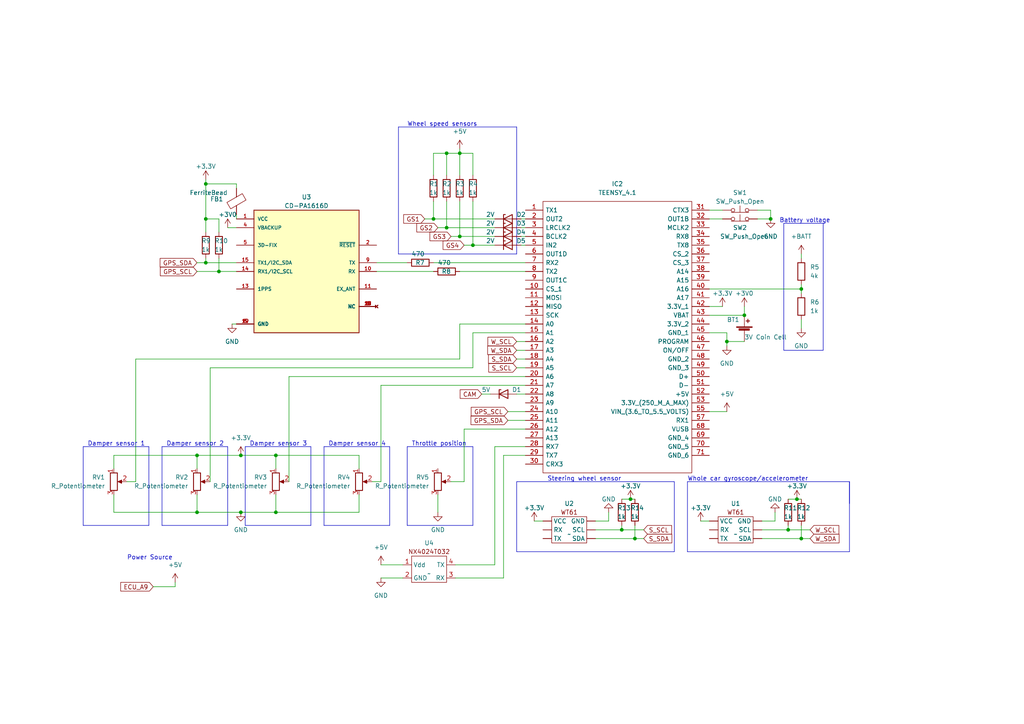
<source format=kicad_sch>
(kicad_sch (version 20230121) (generator eeschema)
  (paper "A4")
  (lib_symbols
    (symbol "CD-PA1616D:CD-PA1616D" (pin_names (offset 1.016))
      (property "Reference" "U" (at -15.24 18.542 0))
      (property "Value" "CD-PA1616D" (at -15.24 -20.32 0))
      (symbol "CD-PA1616D_0_0"
        (rectangle (start -15.24 -17.78) (end 15.24 17.78) (stroke (width 0.254)) (fill (type background)))
        (pin power_in line (at 20.32 15.24 180) (length 5.08) (name "VCC") (number "1"))
        (pin input line (at -20.32 0 0) (length 5.08) (name "RX") (number "10"))
        (pin bidirectional line (at -20.32 -5.08 0) (length 5.08) (name "EX_ANT") (number "11"))
        (pin power_in line (at 20.32 -15.24 180) (length 5.08) (name "GND") (number "12"))
        (pin output line (at 20.32 -5.08 180) (length 5.08) (name "1PPS") (number "13"))
        (pin input line (at 20.32 0 180) (length 5.08) (name "RX1/I2C_SCL") (number "14"))
        (pin output line (at 20.32 2.54 180) (length 5.08) (name "TX1/I2C_SDA") (number "15"))
        (pin no_connect line (at -20.32 -10.16 0) (length 5.08) (name "NC") (number "16"))
        (pin no_connect line (at -20.32 -10.16 0) (length 5.08) (name "NC") (number "17"))
        (pin no_connect line (at -20.32 -10.16 0) (length 5.08) (name "NC") (number "18"))
        (pin power_in line (at 20.32 -15.24 180) (length 5.08) (name "GND") (number "19"))
        (pin input line (at -20.32 7.62 0) (length 5.08) (name "~{RESET}") (number "2"))
        (pin no_connect line (at -20.32 -10.16 0) (length 5.08) (name "NC") (number "20"))
        (pin power_in line (at 20.32 -15.24 180) (length 5.08) (name "GND") (number "3"))
        (pin power_in line (at 20.32 12.7 180) (length 5.08) (name "VBACKUP") (number "4"))
        (pin output line (at 20.32 7.62 180) (length 5.08) (name "3D-FIX") (number "5"))
        (pin no_connect line (at -20.32 -10.16 0) (length 5.08) (name "NC") (number "6"))
        (pin no_connect line (at -20.32 -10.16 0) (length 5.08) (name "NC") (number "7"))
        (pin power_in line (at 20.32 -15.24 180) (length 5.08) (name "GND") (number "8"))
        (pin output line (at -20.32 2.54 0) (length 5.08) (name "TX") (number "9"))
      )
    )
    (symbol "DAQcustom:NX4024T032"
      (property "Reference" "U" (at 0 8.89 0))
      (symbol "NX4024T032_0_1"
        (rectangle (start -5.08 5.08) (end 5.08 -2.54))
        (text "NX4024T032" (at 0 6.35 0) (effects (font (size 1.27 1.27))))
      )
      (symbol "NX4024T032_1_1"
        (pin power_in line (at -7.62 2.54 0) (length 2.54) (name "Vdd") (number "1"))
        (pin power_in line (at -7.62 -1.27 0) (length 2.54) (name "GND") (number "2"))
        (pin input line (at 7.62 -1.27 180) (length 2.54) (name "RX") (number "3"))
        (pin output line (at 7.62 2.54 180) (length 2.54) (name "TX") (number "4"))
      )
    )
    (symbol "Device:Battery_Cell" (pin_numbers hide) (pin_names (offset 0) hide)
      (property "Reference" "BT" (at 2.54 2.54 0))
      (property "Value" "Battery_Cell" (at 2.54 0 0))
      (symbol "Battery_Cell_0_1"
        (rectangle (start -2.286 1.778) (end 2.286 1.524) (fill (type outline)))
        (rectangle (start -1.5748 1.1938) (end 1.4732 0.6858) (fill (type outline)))
        (polyline (pts (xy 0 0.762) (xy 0 0)))
        (polyline (pts (xy 0 1.778) (xy 0 2.54)))
        (polyline (pts (xy 0.508 3.429) (xy 1.524 3.429)) (stroke (width 0.254)))
        (polyline (pts (xy 1.016 3.937) (xy 1.016 2.921)) (stroke (width 0.254)))
      )
      (symbol "Battery_Cell_1_1"
        (pin passive line (at 0 5.08 270) (length 2.54) (name "+") (number "1"))
        (pin passive line (at 0 -2.54 90) (length 2.54) (name "-") (number "2"))
      )
    )
    (symbol "Device:D_Zener" (pin_numbers hide) (pin_names (offset 1.016) hide)
      (property "Reference" "D" (at 0 2.54 0))
      (property "Value" "D_Zener" (at 0 -2.54 0))
      (symbol "D_Zener_0_1"
        (polyline (pts (xy 1.27 0) (xy -1.27 0)))
        (polyline (pts (xy -1.27 -1.27) (xy -1.27 1.27) (xy -0.762 1.27)) (stroke (width 0.254)))
        (polyline (pts (xy 1.27 -1.27) (xy 1.27 1.27) (xy -1.27 0) (xy 1.27 -1.27)) (stroke (width 0.254)))
      )
      (symbol "D_Zener_1_1"
        (pin passive line (at -3.81 0 0) (length 2.54) (name "K") (number "1"))
        (pin passive line (at 3.81 0 180) (length 2.54) (name "A") (number "2"))
      )
    )
    (symbol "Device:FerriteBead" (pin_numbers hide) (pin_names (offset 0))
      (property "Reference" "FB" (at -3.81 0.635 90))
      (property "Value" "FerriteBead" (at 3.81 0 90))
      (symbol "FerriteBead_0_1"
        (polyline (pts (xy 0 -1.27) (xy 0 -1.2192)))
        (polyline (pts (xy 0 1.27) (xy 0 1.2954)))
        (polyline (pts (xy -2.7686 0.4064) (xy -1.7018 2.2606) (xy 2.7686 -0.3048) (xy 1.6764 -2.159) (xy -2.7686 0.4064)))
      )
      (symbol "FerriteBead_1_1"
        (pin passive line (at 0 3.81 270) (length 2.54) (name "~") (number "1"))
        (pin passive line (at 0 -3.81 90) (length 2.54) (name "~") (number "2"))
      )
    )
    (symbol "Device:R" (pin_numbers hide) (pin_names (offset 0))
      (property "Reference" "R" (at 2.032 0 90))
      (property "Value" "R" (at 0 0 90))
      (symbol "R_0_1"
        (rectangle (start -1.016 -2.54) (end 1.016 2.54) (stroke (width 0.254)))
      )
      (symbol "R_1_1"
        (pin passive line (at 0 3.81 270) (length 1.27) (name "~") (number "1"))
        (pin passive line (at 0 -3.81 90) (length 1.27) (name "~") (number "2"))
      )
    )
    (symbol "Device:R_Potentiometer" (pin_names (offset 1.016) hide)
      (property "Reference" "RV" (at -4.445 0 90))
      (property "Value" "R_Potentiometer" (at -2.54 0 90))
      (symbol "R_Potentiometer_0_1"
        (polyline (pts (xy 2.54 0) (xy 1.524 0)))
        (polyline (pts (xy 1.143 0) (xy 2.286 0.508) (xy 2.286 -0.508) (xy 1.143 0)) (fill (type outline)))
        (rectangle (start 1.016 2.54) (end -1.016 -2.54) (stroke (width 0.254)))
      )
      (symbol "R_Potentiometer_1_1"
        (pin passive line (at 0 3.81 270) (length 1.27) (name "1") (number "1"))
        (pin passive line (at 3.81 0 180) (length 1.27) (name "2") (number "2"))
        (pin passive line (at 0 -3.81 90) (length 1.27) (name "3") (number "3"))
      )
    )
    (symbol "SamacSys_Parts:TEENSY_4.1" (pin_names (offset 0.762))
      (property "Reference" "IC" (at 49.53 7.62 0))
      (property "Value" "TEENSY_4.1" (at 49.53 5.08 0))
      (symbol "TEENSY_4.1_0_0"
        (pin passive line (at 0 0 0) (length 5.08) (name "TX1") (number "1"))
        (pin passive line (at 0 -22.86 0) (length 5.08) (name "CS_1") (number "10"))
        (pin passive line (at 0 -25.4 0) (length 5.08) (name "MOSI") (number "11"))
        (pin passive line (at 0 -27.94 0) (length 5.08) (name "MISO") (number "12"))
        (pin passive line (at 0 -30.48 0) (length 5.08) (name "SCK") (number "13"))
        (pin passive line (at 0 -33.02 0) (length 5.08) (name "A0") (number "14"))
        (pin passive line (at 0 -35.56 0) (length 5.08) (name "A1") (number "15"))
        (pin passive line (at 0 -38.1 0) (length 5.08) (name "A2") (number "16"))
        (pin passive line (at 0 -40.64 0) (length 5.08) (name "A3") (number "17"))
        (pin passive line (at 0 -43.18 0) (length 5.08) (name "A4") (number "18"))
        (pin passive line (at 0 -45.72 0) (length 5.08) (name "A5") (number "19"))
        (pin passive line (at 0 -2.54 0) (length 5.08) (name "OUT2") (number "2"))
        (pin passive line (at 0 -48.26 0) (length 5.08) (name "A6") (number "20"))
        (pin passive line (at 0 -50.8 0) (length 5.08) (name "A7") (number "21"))
        (pin passive line (at 0 -53.34 0) (length 5.08) (name "A8") (number "22"))
        (pin passive line (at 0 -55.88 0) (length 5.08) (name "A9") (number "23"))
        (pin passive line (at 0 -58.42 0) (length 5.08) (name "A10") (number "24"))
        (pin passive line (at 0 -60.96 0) (length 5.08) (name "A11") (number "25"))
        (pin passive line (at 0 -63.5 0) (length 5.08) (name "A12") (number "26"))
        (pin passive line (at 0 -66.04 0) (length 5.08) (name "A13") (number "27"))
        (pin passive line (at 0 -68.58 0) (length 5.08) (name "RX7") (number "28"))
        (pin passive line (at 0 -71.12 0) (length 5.08) (name "TX7") (number "29"))
        (pin passive line (at 0 -5.08 0) (length 5.08) (name "LRCLK2") (number "3"))
        (pin passive line (at 0 -73.66 0) (length 5.08) (name "CRX3") (number "30"))
        (pin passive line (at 53.34 0 180) (length 5.08) (name "CTX3") (number "31"))
        (pin passive line (at 53.34 -2.54 180) (length 5.08) (name "OUT1B") (number "32"))
        (pin passive line (at 53.34 -5.08 180) (length 5.08) (name "MCLK2") (number "33"))
        (pin passive line (at 53.34 -7.62 180) (length 5.08) (name "RX8") (number "34"))
        (pin passive line (at 53.34 -10.16 180) (length 5.08) (name "TX8") (number "35"))
        (pin passive line (at 53.34 -12.7 180) (length 5.08) (name "CS_2") (number "36"))
        (pin passive line (at 53.34 -15.24 180) (length 5.08) (name "CS_3") (number "37"))
        (pin passive line (at 53.34 -17.78 180) (length 5.08) (name "A14") (number "38"))
        (pin passive line (at 53.34 -20.32 180) (length 5.08) (name "A15") (number "39"))
        (pin passive line (at 0 -7.62 0) (length 5.08) (name "BCLK2") (number "4"))
        (pin passive line (at 53.34 -22.86 180) (length 5.08) (name "A16") (number "40"))
        (pin passive line (at 53.34 -25.4 180) (length 5.08) (name "A17") (number "41"))
        (pin passive line (at 53.34 -27.94 180) (length 5.08) (name "3.3V_1") (number "42"))
        (pin passive line (at 53.34 -30.48 180) (length 5.08) (name "VBAT") (number "43"))
        (pin passive line (at 53.34 -33.02 180) (length 5.08) (name "3.3V_2") (number "44"))
        (pin passive line (at 53.34 -35.56 180) (length 5.08) (name "GND_1") (number "45"))
        (pin passive line (at 53.34 -38.1 180) (length 5.08) (name "PROGRAM") (number "46"))
        (pin passive line (at 53.34 -40.64 180) (length 5.08) (name "ON/OFF") (number "47"))
        (pin passive line (at 53.34 -43.18 180) (length 5.08) (name "GND_2") (number "48"))
        (pin passive line (at 53.34 -45.72 180) (length 5.08) (name "GND_3") (number "49"))
        (pin passive line (at 0 -10.16 0) (length 5.08) (name "IN2") (number "5"))
        (pin passive line (at 53.34 -48.26 180) (length 5.08) (name "D+") (number "50"))
        (pin passive line (at 53.34 -50.8 180) (length 5.08) (name "D-") (number "51"))
        (pin passive line (at 53.34 -53.34 180) (length 5.08) (name "+5V") (number "52"))
        (pin passive line (at 53.34 -55.88 180) (length 5.08) (name "3.3V_(250_M_A_MAX)") (number "53"))
        (pin passive line (at 53.34 -58.42 180) (length 5.08) (name "VIN_(3.6_TO_5.5_VOLTS)") (number "55"))
        (pin passive line (at 53.34 -60.96 180) (length 5.08) (name "RX1") (number "57"))
        (pin passive line (at 0 -12.7 0) (length 5.08) (name "OUT1D") (number "6"))
        (pin passive line (at 53.34 -63.5 180) (length 5.08) (name "VUSB") (number "68"))
        (pin passive line (at 53.34 -66.04 180) (length 5.08) (name "GND_4") (number "69"))
        (pin passive line (at 0 -15.24 0) (length 5.08) (name "RX2") (number "7"))
        (pin passive line (at 53.34 -68.58 180) (length 5.08) (name "GND_5") (number "70"))
        (pin passive line (at 53.34 -71.12 180) (length 5.08) (name "GND_6") (number "71"))
        (pin passive line (at 0 -17.78 0) (length 5.08) (name "TX2") (number "8"))
        (pin passive line (at 0 -20.32 0) (length 5.08) (name "OUT1C") (number "9"))
      )
      (symbol "TEENSY_4.1_0_1"
        (polyline (pts (xy 5.08 2.54) (xy 48.26 2.54) (xy 48.26 -76.2) (xy 5.08 -76.2) (xy 5.08 2.54)) (stroke (width 0.1524)))
      )
    )
    (symbol "Sensor:WT61"
      (property "Reference" "U" (at 0 8.89 0))
      (symbol "WT61_0_1"
        (rectangle (start -5.08 5.08) (end 5.08 -2.54))
        (text "WT61\n" (at 0 6.35 0) (effects (font (size 1.27 1.27))))
      )
      (symbol "WT61_1_1"
        (pin power_in line (at 7.62 3.81 180) (length 2.54) (name "GND") (number ""))
        (pin input line (at -7.62 1.27 0) (length 2.54) (name "RX") (number ""))
        (pin input line (at 7.62 1.27 180) (length 2.54) (name "SCL") (number ""))
        (pin input line (at 7.62 -1.27 180) (length 2.54) (name "SDA") (number ""))
        (pin input line (at -7.62 -1.27 0) (length 2.54) (name "TX") (number ""))
        (pin power_in line (at -7.62 3.81 0) (length 2.54) (name "VCC") (number ""))
      )
    )
    (symbol "Switch:SW_Push_Open" (pin_numbers hide) (pin_names (offset 1.016) hide)
      (property "Reference" "SW" (at 0 2.54 0))
      (property "Value" "SW_Push_Open" (at 0 -1.905 0))
      (symbol "SW_Push_Open_0_1"
        (circle (center -2.032 0) (radius 0.508))
        (polyline (pts (xy -2.54 -0.635) (xy 2.54 -0.635)))
        (polyline (pts (xy 0 -0.635) (xy 0 1.27)))
        (circle (center 2.032 0) (radius 0.508))
        (pin passive line (at -5.08 0 0) (length 2.54) (name "A") (number "1"))
      )
      (symbol "SW_Push_Open_1_1"
        (pin passive line (at 5.08 0 180) (length 2.54) (name "B") (number "2"))
      )
    )
    (symbol "power:+3.3V" (power) (pin_names (offset 0))
      (property "Value" "+3.3V" (at 0 3.556 0))
      (symbol "+3.3V_0_1"
        (polyline (pts (xy -0.762 1.27) (xy 0 2.54)))
        (polyline (pts (xy 0 0) (xy 0 2.54)))
        (polyline (pts (xy 0 2.54) (xy 0.762 1.27)))
      )
      (symbol "+3.3V_1_1"
        (pin power_in line (at 0 0 90) (length 0) hide (name "+3.3V") (number "1"))
      )
    )
    (symbol "power:+3V0" (power) (pin_names (offset 0))
      (property "Value" "+3V0" (at 0 3.556 0))
      (symbol "+3V0_0_1"
        (polyline (pts (xy -0.762 1.27) (xy 0 2.54)))
        (polyline (pts (xy 0 0) (xy 0 2.54)))
        (polyline (pts (xy 0 2.54) (xy 0.762 1.27)))
      )
      (symbol "+3V0_1_1"
        (pin power_in line (at 0 0 90) (length 0) hide (name "+3V0") (number "1"))
      )
    )
    (symbol "power:+5V" (power) (pin_names (offset 0))
      (property "Value" "+5V" (at 0 3.556 0))
      (symbol "+5V_0_1"
        (polyline (pts (xy -0.762 1.27) (xy 0 2.54)))
        (polyline (pts (xy 0 0) (xy 0 2.54)))
        (polyline (pts (xy 0 2.54) (xy 0.762 1.27)))
      )
      (symbol "+5V_1_1"
        (pin power_in line (at 0 0 90) (length 0) hide (name "+5V") (number "1"))
      )
    )
    (symbol "power:+BATT" (power) (pin_names (offset 0))
      (property "Value" "+BATT" (at 0 3.556 0))
      (symbol "+BATT_0_1"
        (polyline (pts (xy -0.762 1.27) (xy 0 2.54)))
        (polyline (pts (xy 0 0) (xy 0 2.54)))
        (polyline (pts (xy 0 2.54) (xy 0.762 1.27)))
      )
      (symbol "+BATT_1_1"
        (pin power_in line (at 0 0 90) (length 0) hide (name "+BATT") (number "1"))
      )
    )
    (symbol "power:GND" (power) (pin_names (offset 0))
      (property "Value" "GND" (at 0 -3.81 0))
      (symbol "GND_0_1"
        (polyline (pts (xy 0 0) (xy 0 -1.27) (xy 1.27 -1.27) (xy 0 -2.54) (xy -1.27 -1.27) (xy 0 -1.27)))
      )
      (symbol "GND_1_1"
        (pin power_in line (at 0 0 270) (length 0) hide (name "GND") (number "1"))
      )
    )
  )
  (junction (at 231.14 144.78))
  (junction (at 69.85 132.08))
  (junction (at 232.41 156.21))
  (junction (at 180.34 153.67))
  (junction (at 59.69 63.5))
  (junction (at 80.01 132.08))
  (junction (at 232.41 83.82))
  (junction (at 215.9 91.44))
  (junction (at 129.54 44.45))
  (junction (at 63.5 78.74))
  (junction (at 182.88 144.78))
  (junction (at 129.54 66.04))
  (junction (at 137.16 71.12))
  (junction (at 210.82 99.06))
  (junction (at 133.35 44.45))
  (junction (at 57.15 132.08))
  (junction (at 223.52 63.5))
  (junction (at 80.01 148.59))
  (junction (at 133.35 68.58))
  (junction (at 69.85 148.59))
  (junction (at 228.6 153.67))
  (junction (at 57.15 148.59))
  (junction (at 184.15 156.21))
  (junction (at 59.69 76.2))
  (junction (at 125.73 63.5))
  (junction (at 59.69 53.34))
  (polyline (pts (xy 195.58 160.02) (xy 149.86 160.02)))
  (wire (pts (xy 59.69 63.5) (xy 59.69 67.31)))
  (wire (pts (xy 184.15 152.4) (xy 184.15 156.21)))
  (wire (pts (xy 143.51 129.54) (xy 152.4 129.54)))
  (polyline (pts (xy 118.11 129.54) (xy 137.16 129.54)))
  (wire (pts (xy 133.35 68.58) (xy 143.51 68.58)))
  (wire (pts (xy 63.5 67.31) (xy 63.5 63.5)))
  (wire (pts (xy 83.82 109.22) (xy 152.4 109.22)))
  (polyline (pts (xy 43.18 129.54) (xy 43.18 152.4)))
  (wire (pts (xy 80.01 148.59) (xy 104.14 148.59)))
  (polyline (pts (xy 115.57 36.83) (xy 149.86 36.83)))
  (wire (pts (xy 59.69 53.34) (xy 59.69 63.5)))
  (wire (pts (xy 107.95 139.7) (xy 110.49 139.7)))
  (wire (pts (xy 176.53 148.59) (xy 176.53 151.13)))
  (wire (pts (xy 68.58 62.23) (xy 68.58 63.5)))
  (wire (pts (xy 220.98 156.21) (xy 232.41 156.21)))
  (wire (pts (xy 219.71 60.96) (xy 223.52 60.96)))
  (wire (pts (xy 104.14 132.08) (xy 80.01 132.08)))
  (polyline (pts (xy 46.99 129.54) (xy 66.04 129.54)))
  (polyline (pts (xy 199.39 139.7) (xy 199.39 160.02)))
  (wire (pts (xy 57.15 132.08) (xy 57.15 135.89)))
  (wire (pts (xy 149.86 114.3) (xy 152.4 114.3)))
  (wire (pts (xy 59.69 53.34) (xy 68.58 53.34)))
  (wire (pts (xy 149.86 104.14) (xy 152.4 104.14)))
  (wire (pts (xy 134.62 124.46) (xy 152.4 124.46)))
  (polyline (pts (xy 149.86 73.66) (xy 115.57 73.66)))
  (wire (pts (xy 127 143.51) (xy 127 148.59)))
  (wire (pts (xy 110.49 167.64) (xy 116.84 167.64)))
  (wire (pts (xy 67.31 93.98) (xy 68.58 93.98)))
  (polyline (pts (xy 246.38 160.02) (xy 199.39 160.02)))
  (wire (pts (xy 125.73 50.8) (xy 125.73 44.45)))
  (wire (pts (xy 63.5 74.93) (xy 63.5 78.74)))
  (polyline (pts (xy 24.13 129.54) (xy 43.18 129.54)))
  (wire (pts (xy 134.62 71.12) (xy 137.16 71.12)))
  (polyline (pts (xy 90.17 152.4) (xy 71.12 152.4)))
  (wire (pts (xy 220.98 153.67) (xy 228.6 153.67)))
  (wire (pts (xy 69.85 132.08) (xy 57.15 132.08)))
  (wire (pts (xy 147.32 121.92) (xy 152.4 121.92)))
  (wire (pts (xy 146.05 132.08) (xy 152.4 132.08)))
  (wire (pts (xy 69.85 148.59) (xy 80.01 148.59)))
  (wire (pts (xy 180.34 152.4) (xy 180.34 153.67)))
  (wire (pts (xy 143.51 163.83) (xy 143.51 129.54)))
  (polyline (pts (xy 227.33 64.77) (xy 238.76 64.77)))
  (wire (pts (xy 151.13 68.58) (xy 152.4 68.58)))
  (wire (pts (xy 146.05 167.64) (xy 146.05 132.08)))
  (polyline (pts (xy 118.11 129.54) (xy 118.11 152.4)))
  (wire (pts (xy 180.34 144.78) (xy 182.88 144.78)))
  (wire (pts (xy 154.94 151.13) (xy 157.48 151.13)))
  (polyline (pts (xy 93.98 129.54) (xy 113.03 129.54)))
  (wire (pts (xy 231.14 144.78) (xy 232.41 144.78)))
  (wire (pts (xy 83.82 109.22) (xy 83.82 139.7)))
  (polyline (pts (xy 137.16 152.4) (xy 118.11 152.4)))
  (polyline (pts (xy 199.39 139.7) (xy 246.38 139.7)))
  (wire (pts (xy 129.54 66.04) (xy 143.51 66.04)))
  (wire (pts (xy 60.96 106.68) (xy 137.16 106.68)))
  (wire (pts (xy 210.82 96.52) (xy 205.74 96.52)))
  (wire (pts (xy 59.69 76.2) (xy 68.58 76.2)))
  (wire (pts (xy 123.19 63.5) (xy 125.73 63.5)))
  (wire (pts (xy 57.15 78.74) (xy 63.5 78.74)))
  (polyline (pts (xy 149.86 139.7) (xy 195.58 139.7)))
  (wire (pts (xy 228.6 144.78) (xy 231.14 144.78)))
  (polyline (pts (xy 93.98 129.54) (xy 93.98 152.4)))
  (polyline (pts (xy 195.58 139.7) (xy 195.58 160.02)))
  (wire (pts (xy 220.98 151.13) (xy 224.79 151.13)))
  (wire (pts (xy 224.79 148.59) (xy 224.79 151.13)))
  (wire (pts (xy 130.81 139.7) (xy 134.62 139.7)))
  (wire (pts (xy 205.74 83.82) (xy 232.41 83.82)))
  (wire (pts (xy 127 66.04) (xy 129.54 66.04)))
  (wire (pts (xy 133.35 78.74) (xy 152.4 78.74)))
  (wire (pts (xy 228.6 153.67) (xy 234.95 153.67)))
  (wire (pts (xy 57.15 148.59) (xy 33.02 148.59)))
  (wire (pts (xy 232.41 73.66) (xy 232.41 74.93)))
  (polyline (pts (xy 90.17 129.54) (xy 90.17 152.4)))
  (wire (pts (xy 133.35 58.42) (xy 133.35 68.58)))
  (wire (pts (xy 110.49 111.76) (xy 110.49 139.7)))
  (wire (pts (xy 147.32 119.38) (xy 152.4 119.38)))
  (wire (pts (xy 137.16 71.12) (xy 143.51 71.12)))
  (wire (pts (xy 110.49 111.76) (xy 152.4 111.76)))
  (wire (pts (xy 205.74 88.9) (xy 209.55 88.9)))
  (wire (pts (xy 205.74 91.44) (xy 215.9 91.44)))
  (wire (pts (xy 132.08 167.64) (xy 146.05 167.64)))
  (wire (pts (xy 172.72 156.21) (xy 184.15 156.21)))
  (wire (pts (xy 232.41 156.21) (xy 234.95 156.21)))
  (polyline (pts (xy 246.38 139.7) (xy 246.38 146.05)))
  (wire (pts (xy 59.69 74.93) (xy 59.69 76.2)))
  (wire (pts (xy 129.54 44.45) (xy 133.35 44.45)))
  (wire (pts (xy 184.15 156.21) (xy 186.69 156.21)))
  (wire (pts (xy 223.52 60.96) (xy 223.52 63.5)))
  (wire (pts (xy 129.54 44.45) (xy 129.54 50.8)))
  (wire (pts (xy 59.69 52.07) (xy 59.69 53.34)))
  (wire (pts (xy 125.73 44.45) (xy 129.54 44.45)))
  (wire (pts (xy 149.86 106.68) (xy 152.4 106.68)))
  (polyline (pts (xy 246.38 139.7) (xy 246.38 160.02)))
  (wire (pts (xy 109.22 76.2) (xy 118.11 76.2)))
  (polyline (pts (xy 149.86 36.83) (xy 149.86 73.66)))
  (wire (pts (xy 125.73 76.2) (xy 152.4 76.2)))
  (wire (pts (xy 210.82 100.33) (xy 210.82 99.06)))
  (polyline (pts (xy 43.18 152.4) (xy 24.13 152.4)))
  (wire (pts (xy 133.35 104.14) (xy 133.35 93.98)))
  (polyline (pts (xy 71.12 129.54) (xy 90.17 129.54)))
  (polyline (pts (xy 227.33 64.77) (xy 227.33 101.6)))
  (wire (pts (xy 151.13 71.12) (xy 152.4 71.12)))
  (wire (pts (xy 137.16 44.45) (xy 133.35 44.45)))
  (wire (pts (xy 36.83 139.7) (xy 39.37 139.7)))
  (wire (pts (xy 133.35 93.98) (xy 152.4 93.98)))
  (polyline (pts (xy 66.04 129.54) (xy 66.04 152.4)))
  (wire (pts (xy 139.7 114.3) (xy 142.24 114.3)))
  (wire (pts (xy 232.41 152.4) (xy 232.41 156.21)))
  (wire (pts (xy 137.16 96.52) (xy 152.4 96.52)))
  (wire (pts (xy 137.16 106.68) (xy 137.16 96.52)))
  (wire (pts (xy 172.72 151.13) (xy 176.53 151.13)))
  (wire (pts (xy 60.96 106.68) (xy 60.96 139.7)))
  (wire (pts (xy 205.74 63.5) (xy 209.55 63.5)))
  (wire (pts (xy 33.02 132.08) (xy 33.02 135.89)))
  (wire (pts (xy 57.15 76.2) (xy 59.69 76.2)))
  (wire (pts (xy 68.58 53.34) (xy 68.58 54.61)))
  (wire (pts (xy 59.69 63.5) (xy 63.5 63.5)))
  (wire (pts (xy 205.74 60.96) (xy 209.55 60.96)))
  (polyline (pts (xy 113.03 152.4) (xy 93.98 152.4)))
  (wire (pts (xy 125.73 58.42) (xy 125.73 63.5)))
  (wire (pts (xy 172.72 153.67) (xy 180.34 153.67)))
  (wire (pts (xy 129.54 58.42) (xy 129.54 66.04)))
  (wire (pts (xy 57.15 143.51) (xy 57.15 148.59)))
  (wire (pts (xy 130.81 68.58) (xy 133.35 68.58)))
  (polyline (pts (xy 149.86 139.7) (xy 149.86 160.02)))
  (polyline (pts (xy 113.03 129.54) (xy 113.03 152.4)))
  (wire (pts (xy 232.41 83.82) (xy 232.41 85.09)))
  (polyline (pts (xy 24.13 129.54) (xy 24.13 152.4)))
  (wire (pts (xy 132.08 163.83) (xy 143.51 163.83)))
  (wire (pts (xy 109.22 78.74) (xy 125.73 78.74)))
  (wire (pts (xy 182.88 144.78) (xy 184.15 144.78)))
  (wire (pts (xy 125.73 63.5) (xy 143.51 63.5)))
  (wire (pts (xy 180.34 153.67) (xy 186.69 153.67)))
  (polyline (pts (xy 238.76 101.6) (xy 227.33 101.6)))
  (wire (pts (xy 215.9 88.9) (xy 215.9 91.44)))
  (wire (pts (xy 232.41 92.71) (xy 232.41 95.25)))
  (wire (pts (xy 80.01 143.51) (xy 80.01 148.59)))
  (wire (pts (xy 39.37 104.14) (xy 133.35 104.14)))
  (wire (pts (xy 69.85 148.59) (xy 57.15 148.59)))
  (polyline (pts (xy 115.57 36.83) (xy 115.57 73.66)))
  (wire (pts (xy 57.15 132.08) (xy 33.02 132.08)))
  (wire (pts (xy 149.86 99.06) (xy 152.4 99.06)))
  (wire (pts (xy 39.37 104.14) (xy 39.37 139.7)))
  (polyline (pts (xy 238.76 64.77) (xy 238.76 101.6)))
  (wire (pts (xy 203.2 151.13) (xy 205.74 151.13)))
  (wire (pts (xy 149.86 101.6) (xy 152.4 101.6)))
  (wire (pts (xy 228.6 152.4) (xy 228.6 153.67)))
  (wire (pts (xy 134.62 124.46) (xy 134.62 139.7)))
  (wire (pts (xy 151.13 66.04) (xy 152.4 66.04)))
  (wire (pts (xy 104.14 143.51) (xy 104.14 148.59)))
  (wire (pts (xy 80.01 132.08) (xy 69.85 132.08)))
  (wire (pts (xy 137.16 50.8) (xy 137.16 44.45)))
  (wire (pts (xy 63.5 78.74) (xy 68.58 78.74)))
  (wire (pts (xy 137.16 58.42) (xy 137.16 71.12)))
  (wire (pts (xy 133.35 43.18) (xy 133.35 44.45)))
  (wire (pts (xy 210.82 99.06) (xy 210.82 96.52)))
  (wire (pts (xy 104.14 135.89) (xy 104.14 132.08)))
  (wire (pts (xy 50.8 170.18) (xy 50.8 168.91)))
  (wire (pts (xy 33.02 148.59) (xy 33.02 143.51)))
  (polyline (pts (xy 46.99 129.54) (xy 46.99 152.4)))
  (wire (pts (xy 133.35 44.45) (xy 133.35 50.8)))
  (polyline (pts (xy 66.04 152.4) (xy 46.99 152.4)))
  (polyline (pts (xy 137.16 129.54) (xy 137.16 152.4)))
  (wire (pts (xy 219.71 63.5) (xy 223.52 63.5)))
  (polyline (pts (xy 71.12 129.54) (xy 71.12 152.4)))
  (wire (pts (xy 210.82 99.06) (xy 215.9 99.06)))
  (wire (pts (xy 44.45 170.18) (xy 50.8 170.18)))
  (wire (pts (xy 232.41 82.55) (xy 232.41 83.82)))
  (wire (pts (xy 110.49 163.83) (xy 116.84 163.83)))
  (wire (pts (xy 205.74 119.38) (xy 210.82 119.38)))
  (wire (pts (xy 80.01 132.08) (xy 80.01 135.89)))
  (wire (pts (xy 151.13 63.5) (xy 152.4 63.5)))
  (wire (pts (xy 66.04 66.04) (xy 68.58 66.04)))
  (text "Damper sensor 3" (at 72.39 129.54 0) (effects (font (size 1.27 1.27)) (justify left bottom)))
  (text "Damper sensor 2" (at 48.26 129.54 0) (effects (font (size 1.27 1.27)) (justify left bottom)))
  (text "Whole car gyroscope/accelerometer" (at 199.39 139.7 0) (effects (font (size 1.27 1.27)) (justify left bottom)))
  (text "Throttle position" (at 119.38 129.54 0) (effects (font (size 1.27 1.27)) (justify left bottom)))
  (text "Battery voltage\n" (at 226.06 64.77 0) (effects (font (size 1.27 1.27)) (justify left bottom)))
  (text "Wheel speed sensors" (at 118.11 36.83 0) (effects (font (size 1.27 1.27)) (justify left bottom)))
  (text "Steering wheel sensor " (at 158.75 139.7 0) (effects (font (size 1.27 1.27)) (justify left bottom)))
  (text "Damper sensor 1" (at 25.4 129.54 0) (effects (font (size 1.27 1.27)) (justify left bottom)))
  (text "Damper sensor 4" (at 95.25 129.54 0) (effects (font (size 1.27 1.27)) (justify left bottom)))
  (text "Power Source\n" (at 36.83 162.56 0) (effects (font (size 1.27 1.27)) (justify left bottom)))
  (global_label "S_SCL" (shape input) (at 149.86 106.68 180) (property "Intersheetrefs" "${INTERSHEET_REFS}" (effects hide)))
  (global_label "S_SDA" (shape input) (at 186.69 156.21 0) (property "Intersheetrefs" "${INTERSHEET_REFS}" (effects hide)))
  (global_label "GPS_SCL" (shape input) (at 57.15 78.74 180) (property "Intersheetrefs" "${INTERSHEET_REFS}" (effects hide)))
  (global_label "S_SDA" (shape input) (at 149.86 104.14 180) (property "Intersheetrefs" "${INTERSHEET_REFS}" (effects hide)))
  (global_label "W_SDA" (shape input) (at 234.95 156.21 0) (property "Intersheetrefs" "${INTERSHEET_REFS}" (effects hide)))
  (global_label "GPS_SCL" (shape input) (at 147.32 119.38 180) (property "Intersheetrefs" "${INTERSHEET_REFS}" (effects hide)))
  (global_label "GPS_SDA" (shape input) (at 147.32 121.92 180) (property "Intersheetrefs" "${INTERSHEET_REFS}" (effects hide)))
  (global_label "GS1" (shape input) (at 123.19 63.5 180) (property "Intersheetrefs" "${INTERSHEET_REFS}" (effects hide)))
  (global_label "W_SCL" (shape input) (at 234.95 153.67 0) (property "Intersheetrefs" "${INTERSHEET_REFS}" (effects hide)))
  (global_label "ECU_A9" (shape input) (at 44.45 170.18 180) (property "Intersheetrefs" "${INTERSHEET_REFS}" (effects hide)))
  (global_label "S_SCL" (shape input) (at 186.69 153.67 0) (property "Intersheetrefs" "${INTERSHEET_REFS}" (effects hide)))
  (global_label "GS4" (shape input) (at 134.62 71.12 180) (property "Intersheetrefs" "${INTERSHEET_REFS}" (effects hide)))
  (global_label "GPS_SDA" (shape input) (at 57.15 76.2 180) (property "Intersheetrefs" "${INTERSHEET_REFS}" (effects hide)))
  (global_label "GS3" (shape input) (at 130.81 68.58 180) (property "Intersheetrefs" "${INTERSHEET_REFS}" (effects hide)))
  (global_label "CAM" (shape input) (at 139.7 114.3 180) (property "Intersheetrefs" "${INTERSHEET_REFS}" (effects hide)))
  (global_label "W_SCL" (shape input) (at 149.86 99.06 180) (property "Intersheetrefs" "${INTERSHEET_REFS}" (effects hide)))
  (global_label "GS2" (shape input) (at 127 66.04 180) (property "Intersheetrefs" "${INTERSHEET_REFS}" (effects hide)))
  (global_label "W_SDA" (shape input) (at 149.86 101.6 180) (property "Intersheetrefs" "${INTERSHEET_REFS}" (effects hide)))
  (symbol (lib_id "Device:R") (at 133.35 54.61 0) (unit 1)
    (property "Reference" "R3" (at 132.08 53.34 0) (effects (justify left)))
    (property "Value" "1k" (at 132.08 55.88 0) (effects (justify left)))
  )
  (symbol (lib_id "power:+5V") (at 133.35 43.18 0) (unit 1)
    (property "Reference" "#PWR07" (effects hide))
    (property "Value" "+5V" (at 133.35 38.1 0))
  )
  (symbol (lib_id "Device:D_Zener") (at 147.32 63.5 0) (unit 1)
    (property "Reference" "D2" (at 151.13 62.23 0))
    (property "Value" "2V" (at 142.24 62.23 0))
  )
  (symbol (lib_id "Device:R") (at 232.41 78.74 0) (unit 1)
    (property "Reference" "R5" (at 234.95 77.47 0) (effects (justify left)))
    (property "Value" "4k" (at 234.95 80.01 0) (effects (justify left)))
  )
  (symbol (lib_id "Device:Battery_Cell") (at 215.9 96.52 0) (unit 1)
    (property "Reference" "BT1" (at 210.82 92.71 0) (effects (justify left)))
    (property "Value" "3V Coin Cell" (at 215.9 97.79 0) (effects (justify left)))
  )
  (symbol (lib_id "Device:D_Zener") (at 146.05 114.3 0) (unit 1)
    (property "Reference" "D1" (at 149.86 113.03 0))
    (property "Value" "5V" (at 140.97 113.03 0))
  )
  (symbol (lib_id "power:GND") (at 127 148.59 0) (unit 1)
    (property "Reference" "#PWR013" (effects hide))
    (property "Value" "GND" (at 127 153.67 0))
  )
  (symbol (lib_id "CD-PA1616D:CD-PA1616D") (at 88.9 78.74 0) (mirror y) (unit 1)
    (property "Reference" "U3" (at 88.9 57.15 0))
    (property "Value" "CD-PA1616D" (at 88.9 59.69 0))
    (property "Footprint" "XCVR_CD-PA1616D" (effects hide))
    (property "MANUFACTURER" "CD Top" (effects hide))
    (property "PARTREV" "V.06" (effects hide))
    (property "MAXIMUM_PACKAGE_HEIGHT" "6.7 mm" (effects hide))
    (property "STANDARD" "Manufacturer Recommendations" (effects hide))
    (property "SNAPEDA_PN" "CD-PA1616D" (effects hide))
  )
  (symbol (lib_id "power:+5V") (at 110.49 163.83 0) (unit 1)
    (property "Reference" "#PWR022" (effects hide))
    (property "Value" "+5V" (at 110.49 158.75 0))
  )
  (symbol (lib_id "Device:R_Potentiometer") (at 33.02 139.7 0) (unit 1)
    (property "Reference" "RV1" (at 30.48 138.4299 0) (effects (justify right)))
    (property "Value" "R_Potentiometer" (at 30.48 140.9699 0) (effects (justify right)))
  )
  (symbol (lib_id "power:+3.3V") (at 69.85 132.08 0) (unit 1)
    (property "Reference" "#PWR04" (effects hide))
    (property "Value" "+3.3V" (at 69.85 127 0))
  )
  (symbol (lib_id "power:GND") (at 69.85 148.59 0) (unit 1)
    (property "Reference" "#PWR05" (effects hide))
    (property "Value" "GND" (at 69.85 153.67 0))
  )
  (symbol (lib_id "DAQcustom:NX4024T032") (at 124.46 166.37 0) (unit 1)
    (property "Reference" "U4" (at 124.46 157.48 0))
    (property "Value" "~" (at 124.46 166.37 0))
  )
  (symbol (lib_id "power:GND") (at 176.53 148.59 180) (unit 1)
    (property "Reference" "#PWR03" (effects hide))
    (property "Value" "GND" (at 176.53 144.78 0))
  )
  (symbol (lib_id "Device:D_Zener") (at 147.32 66.04 0) (unit 1)
    (property "Reference" "D3" (at 151.13 64.77 0))
    (property "Value" "2V" (at 142.24 64.77 0))
  )
  (symbol (lib_id "Switch:SW_Push_Open") (at 214.63 60.96 0) (unit 1)
    (property "Reference" "SW1" (at 214.63 55.88 0))
    (property "Value" "SW_Push_Open" (at 214.63 58.42 0))
  )
  (symbol (lib_id "power:+3.3V") (at 154.94 151.13 0) (unit 1)
    (property "Reference" "#PWR015" (effects hide))
    (property "Value" "+3.3V" (at 154.94 147.32 0))
  )
  (symbol (lib_id "Device:FerriteBead") (at 68.58 58.42 0) (mirror y) (unit 1)
    (property "Reference" "FB1" (at 64.77 57.7342 0) (effects (justify left)))
    (property "Value" "FerriteBead" (at 66.04 55.88 0) (effects (justify left)))
  )
  (symbol (lib_id "Device:R") (at 125.73 54.61 0) (unit 1)
    (property "Reference" "R1" (at 124.46 53.34 0) (effects (justify left)))
    (property "Value" "1k" (at 124.46 55.88 0) (effects (justify left)))
  )
  (symbol (lib_id "power:GND") (at 67.31 93.98 0) (unit 1)
    (property "Reference" "#PWR018" (effects hide))
    (property "Value" "GND" (at 67.31 99.06 0))
  )
  (symbol (lib_id "Device:R_Potentiometer") (at 57.15 139.7 0) (unit 1)
    (property "Reference" "RV2" (at 54.61 138.4299 0) (effects (justify right)))
    (property "Value" "R_Potentiometer" (at 54.61 140.9699 0) (effects (justify right)))
  )
  (symbol (lib_id "power:+3.3V") (at 59.69 52.07 0) (mirror y) (unit 1)
    (property "Reference" "#PWR019" (effects hide))
    (property "Value" "+3.3V" (at 59.69 48.26 0))
  )
  (symbol (lib_id "power:+3V0") (at 215.9 88.9 0) (unit 1)
    (property "Reference" "#PWR016" (effects hide))
    (property "Value" "+3V0" (at 215.9 85.09 0))
  )
  (symbol (lib_id "power:GND") (at 224.79 148.59 180) (unit 1)
    (property "Reference" "#PWR011" (effects hide))
    (property "Value" "GND" (at 224.79 144.78 0))
  )
  (symbol (lib_id "Device:D_Zener") (at 147.32 71.12 0) (unit 1)
    (property "Reference" "D5" (at 151.13 69.85 0))
    (property "Value" "2V" (at 142.24 69.85 0))
  )
  (symbol (lib_id "Device:R") (at 232.41 148.59 0) (unit 1)
    (property "Reference" "R12" (at 231.14 147.32 0) (effects (justify left)))
    (property "Value" "1k" (at 231.14 149.86 0) (effects (justify left)))
  )
  (symbol (lib_id "Device:R") (at 228.6 148.59 0) (unit 1)
    (property "Reference" "R11" (at 227.33 147.32 0) (effects (justify left)))
    (property "Value" "1k" (at 227.33 149.86 0) (effects (justify left)))
  )
  (symbol (lib_id "power:+5V") (at 210.82 119.38 0) (unit 1)
    (property "Reference" "#PWR06" (effects hide))
    (property "Value" "+5V" (at 210.82 114.3 0))
  )
  (symbol (lib_id "Switch:SW_Push_Open") (at 214.63 63.5 0) (unit 1)
    (property "Reference" "SW2" (at 214.63 66.04 0))
    (property "Value" "SW_Push_Open" (at 215.9 68.58 0))
  )
  (symbol (lib_id "Device:R") (at 59.69 71.12 0) (unit 1)
    (property "Reference" "R9" (at 58.42 69.85 0) (effects (justify left)))
    (property "Value" "1k" (at 58.42 72.39 0) (effects (justify left)))
  )
  (symbol (lib_id "Device:R_Potentiometer") (at 127 139.7 0) (unit 1)
    (property "Reference" "RV5" (at 124.46 138.4299 0) (effects (justify right)))
    (property "Value" "R_Potentiometer" (at 124.46 140.9699 0) (effects (justify right)))
  )
  (symbol (lib_id "Device:R") (at 232.41 88.9 0) (unit 1)
    (property "Reference" "R6" (at 234.95 87.63 0) (effects (justify left)))
    (property "Value" "1k" (at 234.95 90.17 0) (effects (justify left)))
  )
  (symbol (lib_id "Device:R") (at 129.54 54.61 0) (unit 1)
    (property "Reference" "R2" (at 128.27 53.34 0) (effects (justify left)))
    (property "Value" "1k" (at 128.27 55.88 0) (effects (justify left)))
  )
  (symbol (lib_id "SamacSys_Parts:TEENSY_4.1") (at 152.4 60.96 0) (unit 1)
    (property "Reference" "IC2" (at 179.07 53.34 0))
    (property "Value" "TEENSY_4.1" (at 179.07 55.88 0))
    (property "Footprint" "TEENSY41" (effects hide))
    (property "Datasheet" "https://www.pjrc.com/store/teensy41.html" (effects hide))
    (property "Description" "Teensy 4.1 Development Board" (effects hide))
    (property "Manufacturer_Name" "PJRC" (effects hide))
    (property "Manufacturer_Part_Number" "TEENSY 4.1" (effects hide))
  )
  (symbol (lib_id "Device:R_Potentiometer") (at 80.01 139.7 0) (unit 1)
    (property "Reference" "RV3" (at 77.47 138.4299 0) (effects (justify right)))
    (property "Value" "R_Potentiometer" (at 77.47 140.9699 0) (effects (justify right)))
  )
  (symbol (lib_id "power:+3.3V") (at 182.88 144.78 0) (mirror y) (unit 1)
    (property "Reference" "#PWR021" (effects hide))
    (property "Value" "+3.3V" (at 182.88 140.97 0))
  )
  (symbol (lib_id "power:GND") (at 110.49 167.64 0) (unit 1)
    (property "Reference" "#PWR023" (effects hide))
    (property "Value" "GND" (at 110.49 172.72 0))
  )
  (symbol (lib_id "power:+3V0") (at 66.04 66.04 0) (mirror y) (unit 1)
    (property "Reference" "#PWR017" (effects hide))
    (property "Value" "+3V0" (at 66.04 62.23 0))
  )
  (symbol (lib_id "Device:R") (at 180.34 148.59 0) (unit 1)
    (property "Reference" "R13" (at 179.07 147.32 0) (effects (justify left)))
    (property "Value" "1k" (at 179.07 149.86 0) (effects (justify left)))
  )
  (symbol (lib_id "power:+5V") (at 50.8 168.91 0) (unit 1)
    (property "Reference" "#PWR012" (effects hide))
    (property "Value" "+5V" (at 50.8 163.83 0))
  )
  (symbol (lib_id "Sensor:WT61") (at 165.1 154.94 0) (unit 1)
    (property "Reference" "U2" (at 165.1 146.05 0))
    (property "Value" "~" (at 165.1 154.94 0))
  )
  (symbol (lib_id "Device:R_Potentiometer") (at 104.14 139.7 0) (unit 1)
    (property "Reference" "RV4" (at 101.6 138.4299 0) (effects (justify right)))
    (property "Value" "R_Potentiometer" (at 101.6 140.9699 0) (effects (justify right)))
  )
  (symbol (lib_id "Device:R") (at 63.5 71.12 0) (unit 1)
    (property "Reference" "R10" (at 62.23 69.85 0) (effects (justify left)))
    (property "Value" "1k" (at 62.23 72.39 0) (effects (justify left)))
  )
  (symbol (lib_id "Device:R") (at 184.15 148.59 0) (unit 1)
    (property "Reference" "R14" (at 182.88 147.32 0) (effects (justify left)))
    (property "Value" "1k" (at 182.88 149.86 0) (effects (justify left)))
  )
  (symbol (lib_id "power:+3.3V") (at 231.14 144.78 0) (mirror y) (unit 1)
    (property "Reference" "#PWR020" (effects hide))
    (property "Value" "+3.3V" (at 231.14 140.97 0))
  )
  (symbol (lib_id "Device:R") (at 121.92 76.2 90) (unit 1)
    (property "Reference" "R7" (at 123.19 76.2 90) (effects (justify left)))
    (property "Value" "470" (at 123.19 73.66 90) (effects (justify left)))
  )
  (symbol (lib_id "power:+3.3V") (at 209.55 88.9 0) (unit 1)
    (property "Reference" "#PWR08" (effects hide))
    (property "Value" "+3.3V" (at 209.55 85.09 0))
  )
  (symbol (lib_id "Device:R") (at 129.54 78.74 90) (unit 1)
    (property "Reference" "R8" (at 130.81 78.74 90) (effects (justify left)))
    (property "Value" "470" (at 130.81 76.2 90) (effects (justify left)))
  )
  (symbol (lib_id "power:+3.3V") (at 203.2 151.13 0) (unit 1)
    (property "Reference" "#PWR01" (effects hide))
    (property "Value" "+3.3V" (at 203.2 147.32 0))
  )
  (symbol (lib_id "power:GND") (at 210.82 100.33 0) (unit 1)
    (property "Reference" "#PWR02" (effects hide))
    (property "Value" "GND" (at 210.82 105.41 0))
  )
  (symbol (lib_id "power:+BATT") (at 232.41 73.66 0) (unit 1)
    (property "Reference" "#PWR09" (effects hide))
    (property "Value" "+BATT" (at 232.41 68.58 0))
  )
  (symbol (lib_id "power:GND") (at 232.41 95.25 0) (unit 1)
    (property "Reference" "#PWR010" (effects hide))
    (property "Value" "GND" (at 232.41 100.33 0))
  )
  (symbol (lib_id "power:GND") (at 223.52 63.5 0) (unit 1)
    (property "Reference" "#PWR014" (effects hide))
    (property "Value" "GND" (at 223.52 68.58 0))
  )
  (symbol (lib_id "Sensor:WT61") (at 213.36 154.94 0) (unit 1)
    (property "Reference" "U1" (at 213.36 146.05 0))
    (property "Value" "~" (at 213.36 154.94 0))
  )
  (symbol (lib_id "Device:R") (at 137.16 54.61 0) (unit 1)
    (property "Reference" "R4" (at 135.89 53.34 0) (effects (justify left)))
    (property "Value" "1k" (at 135.89 55.88 0) (effects (justify left)))
  )
  (symbol (lib_id "Device:D_Zener") (at 147.32 68.58 0) (unit 1)
    (property "Reference" "D4" (at 151.13 67.31 0))
    (property "Value" "2V" (at 142.24 67.31 0))
  )
)
</source>
